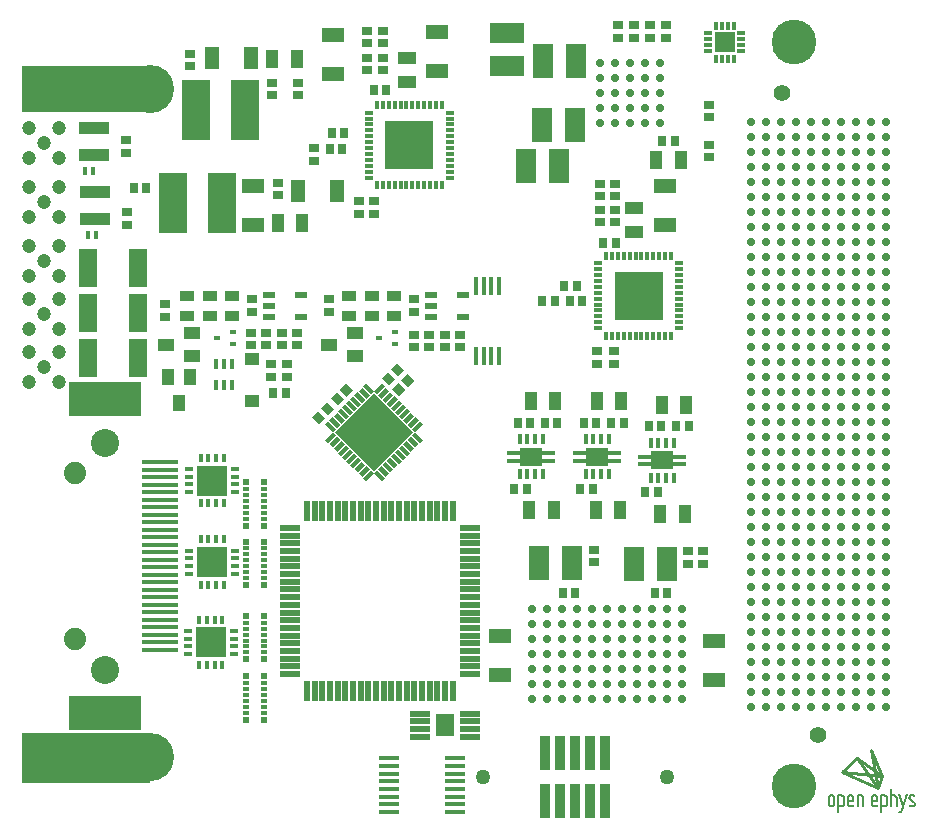
<source format=gts>
G75*
%MOIN*%
%OFA0B0*%
%FSLAX25Y25*%
%IPPOS*%
%LPD*%
%AMOC8*
5,1,8,0,0,1.08239X$1,22.5*
%
%ADD10C,0.04724*%
%ADD11R,0.06220X0.12913*%
%ADD12R,0.04515X0.03815*%
%ADD13R,0.03315X0.03015*%
%ADD14R,0.02295X0.01717*%
%ADD15R,0.04252X0.02480*%
%ADD16R,0.05115X0.03915*%
%ADD17R,0.03015X0.03315*%
%ADD18R,0.01685X0.06024*%
%ADD19R,0.05115X0.07715*%
%ADD20R,0.10315X0.04315*%
%ADD21R,0.09567X0.20394*%
%ADD22R,0.04115X0.06315*%
%ADD23R,0.05827X0.04252*%
%ADD24R,0.04252X0.05827*%
%ADD25R,0.07715X0.05115*%
%ADD26C,0.02815*%
%ADD27R,0.06815X0.11315*%
%ADD28R,0.01693X0.02677*%
%ADD29C,0.16063*%
%ADD30R,0.42520X0.16732*%
%ADD31R,0.42520X0.15748*%
%ADD32C,0.07402*%
%ADD33C,0.09370*%
%ADD34R,0.23937X0.11339*%
%ADD35R,0.12126X0.01634*%
%ADD36R,0.06855X0.02015*%
%ADD37R,0.02015X0.06855*%
%ADD38R,0.01693X0.03661*%
%ADD39C,0.02795*%
%ADD40R,0.02283X0.01299*%
%ADD41R,0.02283X0.01988*%
%ADD42R,0.07205X0.06220*%
%ADD43R,0.05059X0.01417*%
%ADD44R,0.01496X0.03680*%
%ADD45R,0.18425X0.18425*%
%ADD46C,0.14915*%
%ADD47C,0.05515*%
%ADD48R,0.01515X0.03115*%
%ADD49R,0.03115X0.01515*%
%ADD50R,0.06815X0.06815*%
%ADD51R,0.03228X0.11339*%
%ADD52C,0.05000*%
%ADD53R,0.06614X0.01496*%
%ADD54R,0.06614X0.01890*%
%ADD55R,0.06496X0.07756*%
%ADD56C,0.01083*%
%ADD57C,0.00709*%
%ADD58R,0.10157X0.10157*%
%ADD59R,0.03015X0.01614*%
%ADD60R,0.01614X0.03015*%
%ADD61R,0.11315X0.06815*%
%ADD62R,0.01260X0.02677*%
%ADD63R,0.16457X0.16457*%
%ADD64R,0.02677X0.01260*%
%ADD65R,0.06315X0.04115*%
D10*
X0053283Y0191079D03*
X0058283Y0196079D03*
X0063283Y0191079D03*
X0063283Y0201079D03*
X0063283Y0208795D03*
X0058283Y0213795D03*
X0053283Y0208795D03*
X0053283Y0201079D03*
X0053283Y0218795D03*
X0053283Y0226512D03*
X0058283Y0231512D03*
X0053283Y0236512D03*
X0063283Y0236512D03*
X0063283Y0246197D03*
X0058283Y0251197D03*
X0053283Y0246197D03*
X0053283Y0256197D03*
X0063283Y0256197D03*
X0063283Y0265882D03*
X0058283Y0270882D03*
X0053283Y0275882D03*
X0053283Y0265882D03*
X0063283Y0275882D03*
X0063283Y0226512D03*
X0063283Y0218795D03*
D11*
X0072850Y0214189D03*
X0089386Y0214189D03*
X0089386Y0229150D03*
X0072850Y0229150D03*
X0072850Y0199228D03*
X0089386Y0199228D03*
D12*
X0105921Y0213151D03*
X0105921Y0219951D03*
X0113402Y0219951D03*
X0120882Y0219951D03*
X0120882Y0213151D03*
X0113402Y0213151D03*
X0159858Y0213151D03*
X0159858Y0219951D03*
X0167339Y0219951D03*
X0167339Y0213151D03*
X0174819Y0213151D03*
X0174819Y0219951D03*
D13*
X0181512Y0218651D03*
X0181512Y0214451D03*
X0181512Y0206840D03*
X0181512Y0202640D03*
X0186630Y0202640D03*
X0186630Y0206840D03*
X0191748Y0206840D03*
X0191748Y0202640D03*
X0196866Y0202640D03*
X0196866Y0206840D03*
X0153165Y0214451D03*
X0153165Y0218651D03*
X0142535Y0207628D03*
X0137417Y0207628D03*
X0132299Y0207628D03*
X0132299Y0203428D03*
X0137417Y0203428D03*
X0142535Y0203428D03*
X0138992Y0196998D03*
X0133874Y0196998D03*
X0133874Y0192798D03*
X0138992Y0192798D03*
X0127181Y0203428D03*
X0127181Y0207628D03*
X0127575Y0214451D03*
X0127575Y0218651D03*
X0098441Y0217076D03*
X0098441Y0212876D03*
X0085843Y0243585D03*
X0085843Y0247785D03*
X0085449Y0267601D03*
X0085449Y0271801D03*
X0106709Y0296341D03*
X0106709Y0300541D03*
X0133980Y0290900D03*
X0133980Y0286700D03*
X0142727Y0286702D03*
X0142727Y0290902D03*
X0165721Y0295001D03*
X0165721Y0299201D03*
X0171040Y0299201D03*
X0171040Y0295001D03*
X0171040Y0304001D03*
X0171040Y0308201D03*
X0165721Y0308201D03*
X0165721Y0304001D03*
X0148047Y0269045D03*
X0148047Y0264845D03*
X0136236Y0257628D03*
X0136236Y0253428D03*
X0163008Y0251328D03*
X0163008Y0247128D03*
X0168126Y0247128D03*
X0168126Y0251328D03*
X0243323Y0253034D03*
X0243323Y0257234D03*
X0248441Y0257234D03*
X0248441Y0253034D03*
X0248441Y0248572D03*
X0243323Y0248572D03*
X0243323Y0244372D03*
X0248441Y0244372D03*
X0279937Y0266026D03*
X0279937Y0270226D03*
X0279937Y0279412D03*
X0279937Y0283612D03*
X0265572Y0305881D03*
X0265572Y0310081D03*
X0260159Y0310081D03*
X0260159Y0305881D03*
X0254745Y0305881D03*
X0254745Y0310081D03*
X0249332Y0310081D03*
X0249332Y0305881D03*
X0248047Y0201328D03*
X0248047Y0197128D03*
X0242535Y0197128D03*
X0242535Y0201328D03*
X0241354Y0135187D03*
X0241354Y0130987D03*
X0272850Y0130593D03*
X0277969Y0130593D03*
X0277969Y0134793D03*
X0272850Y0134793D03*
D14*
X0175018Y0203921D03*
X0175018Y0207921D03*
X0169896Y0205921D03*
X0121081Y0203921D03*
X0121081Y0207921D03*
X0115959Y0205921D03*
D15*
X0133283Y0212811D03*
X0133283Y0216551D03*
X0133283Y0220291D03*
X0143913Y0220291D03*
X0143913Y0212811D03*
X0187220Y0212811D03*
X0187220Y0216551D03*
X0187220Y0220291D03*
X0197850Y0220291D03*
X0197850Y0212811D03*
D16*
X0127575Y0198835D03*
X0127575Y0184661D03*
D17*
X0134530Y0187417D03*
X0138730Y0187417D03*
G36*
X0151949Y0179133D02*
X0149818Y0177002D01*
X0147475Y0179345D01*
X0149606Y0181476D01*
X0151949Y0179133D01*
G37*
G36*
X0154919Y0182103D02*
X0152788Y0179972D01*
X0150445Y0182315D01*
X0152576Y0184446D01*
X0154919Y0182103D01*
G37*
G36*
X0153774Y0185645D02*
X0155905Y0187776D01*
X0158248Y0185433D01*
X0156117Y0183302D01*
X0153774Y0185645D01*
G37*
G36*
X0156744Y0188615D02*
X0158875Y0190746D01*
X0161218Y0188403D01*
X0159087Y0186272D01*
X0156744Y0188615D01*
G37*
G36*
X0175177Y0192126D02*
X0173046Y0189995D01*
X0170703Y0192338D01*
X0172834Y0194469D01*
X0175177Y0192126D01*
G37*
G36*
X0178147Y0195095D02*
X0176016Y0192964D01*
X0173673Y0195307D01*
X0175804Y0197438D01*
X0178147Y0195095D01*
G37*
G36*
X0181690Y0191552D02*
X0179559Y0189421D01*
X0177216Y0191764D01*
X0179347Y0193895D01*
X0181690Y0191552D01*
G37*
G36*
X0178721Y0188582D02*
X0176590Y0186451D01*
X0174247Y0188794D01*
X0176378Y0190925D01*
X0178721Y0188582D01*
G37*
X0216026Y0177575D03*
X0220226Y0177575D03*
X0225081Y0177575D03*
X0229281Y0177575D03*
X0238073Y0177575D03*
X0242273Y0177575D03*
X0247128Y0177575D03*
X0251328Y0177575D03*
X0259727Y0176394D03*
X0263927Y0176394D03*
X0268782Y0176394D03*
X0272982Y0176394D03*
X0241092Y0155528D03*
X0236892Y0155528D03*
X0219045Y0155528D03*
X0214845Y0155528D03*
X0258546Y0154346D03*
X0262746Y0154346D03*
X0261695Y0120882D03*
X0265895Y0120882D03*
X0235187Y0120882D03*
X0230987Y0120882D03*
X0233349Y0218126D03*
X0237549Y0218126D03*
X0235777Y0223244D03*
X0231577Y0223244D03*
X0228494Y0218126D03*
X0224294Y0218126D03*
X0244569Y0237575D03*
X0248769Y0237575D03*
X0264259Y0271465D03*
X0268459Y0271465D03*
X0172194Y0288598D03*
X0167994Y0288598D03*
X0158304Y0274033D03*
X0154104Y0274033D03*
X0153317Y0268915D03*
X0157517Y0268915D03*
X0092273Y0255921D03*
X0088073Y0255921D03*
D18*
X0202091Y0223047D03*
X0204650Y0223047D03*
X0207209Y0223047D03*
X0209768Y0223047D03*
X0209768Y0199819D03*
X0207209Y0199819D03*
X0204650Y0199819D03*
X0202091Y0199819D03*
D19*
X0155728Y0254740D03*
X0142728Y0254740D03*
X0126988Y0299228D03*
X0113988Y0299228D03*
D20*
X0074819Y0275776D03*
X0074819Y0266776D03*
X0075213Y0254516D03*
X0075213Y0245516D03*
D21*
X0101295Y0250803D03*
X0117634Y0250803D03*
X0125114Y0281906D03*
X0108776Y0281906D03*
D22*
X0134210Y0298938D03*
X0142410Y0298938D03*
X0144273Y0244110D03*
X0136073Y0244110D03*
X0220325Y0184661D03*
X0228525Y0184661D03*
X0242372Y0184661D03*
X0250572Y0184661D03*
X0264026Y0183480D03*
X0272226Y0183480D03*
X0250179Y0148441D03*
X0241979Y0148441D03*
X0228131Y0148441D03*
X0219931Y0148441D03*
X0263632Y0147260D03*
X0271832Y0147260D03*
X0270459Y0264969D03*
X0262259Y0264969D03*
D23*
X0161827Y0207299D03*
X0153165Y0203559D03*
X0161827Y0199819D03*
X0107496Y0199819D03*
X0098835Y0203559D03*
X0107496Y0207299D03*
D24*
X0106905Y0192831D03*
X0099425Y0192831D03*
X0103165Y0184169D03*
D25*
X0127969Y0243516D03*
X0127969Y0256516D03*
X0154637Y0293720D03*
X0154637Y0306720D03*
X0189189Y0307697D03*
X0189189Y0294697D03*
X0265173Y0256516D03*
X0265173Y0243516D03*
X0281512Y0104941D03*
X0281512Y0091941D03*
X0210252Y0093516D03*
X0210252Y0106516D03*
D26*
X0293657Y0107831D03*
X0293657Y0112831D03*
X0298657Y0112831D03*
X0298657Y0107831D03*
X0303657Y0107831D03*
X0303657Y0112831D03*
X0308657Y0112831D03*
X0308657Y0107831D03*
X0313657Y0107831D03*
X0313657Y0112831D03*
X0318657Y0112831D03*
X0318657Y0107831D03*
X0323657Y0107831D03*
X0323657Y0112831D03*
X0328657Y0112831D03*
X0328657Y0107831D03*
X0333657Y0107831D03*
X0333657Y0112831D03*
X0338657Y0112831D03*
X0338657Y0107831D03*
X0338657Y0102831D03*
X0333657Y0102831D03*
X0328657Y0102831D03*
X0323657Y0102831D03*
X0318657Y0102831D03*
X0313657Y0102831D03*
X0308657Y0102831D03*
X0303657Y0102831D03*
X0298657Y0102831D03*
X0293657Y0102831D03*
X0293657Y0097831D03*
X0298657Y0097831D03*
X0303657Y0097831D03*
X0308657Y0097831D03*
X0313657Y0097831D03*
X0318657Y0097831D03*
X0323657Y0097831D03*
X0328657Y0097831D03*
X0333657Y0097831D03*
X0338657Y0097831D03*
X0338657Y0092831D03*
X0333657Y0092831D03*
X0328657Y0092831D03*
X0323657Y0092831D03*
X0318657Y0092831D03*
X0313657Y0092831D03*
X0308657Y0092831D03*
X0303657Y0092831D03*
X0298657Y0092831D03*
X0293657Y0092831D03*
X0293657Y0087831D03*
X0293657Y0082831D03*
X0298657Y0082831D03*
X0298657Y0087831D03*
X0303657Y0087831D03*
X0303657Y0082831D03*
X0308657Y0082831D03*
X0308657Y0087831D03*
X0313657Y0087831D03*
X0313657Y0082831D03*
X0318657Y0082831D03*
X0318657Y0087831D03*
X0323657Y0087831D03*
X0323657Y0082831D03*
X0328657Y0082831D03*
X0328657Y0087831D03*
X0333657Y0087831D03*
X0333657Y0082831D03*
X0338657Y0082831D03*
X0338657Y0087831D03*
X0338657Y0117831D03*
X0333657Y0117831D03*
X0328657Y0117831D03*
X0323657Y0117831D03*
X0318657Y0117831D03*
X0313657Y0117831D03*
X0308657Y0117831D03*
X0303657Y0117831D03*
X0298657Y0117831D03*
X0293657Y0117831D03*
X0293657Y0122831D03*
X0298657Y0122831D03*
X0303657Y0122831D03*
X0308657Y0122831D03*
X0313657Y0122831D03*
X0318657Y0122831D03*
X0323657Y0122831D03*
X0328657Y0122831D03*
X0333657Y0122831D03*
X0338657Y0122831D03*
X0338657Y0127831D03*
X0333657Y0127831D03*
X0328657Y0127831D03*
X0323657Y0127831D03*
X0318657Y0127831D03*
X0313657Y0127831D03*
X0308657Y0127831D03*
X0303657Y0127831D03*
X0298657Y0127831D03*
X0293657Y0127831D03*
X0293657Y0132831D03*
X0293657Y0137831D03*
X0298657Y0137831D03*
X0298657Y0132831D03*
X0303657Y0132831D03*
X0303657Y0137831D03*
X0308657Y0137831D03*
X0308657Y0132831D03*
X0313657Y0132831D03*
X0313657Y0137831D03*
X0318657Y0137831D03*
X0318657Y0132831D03*
X0323657Y0132831D03*
X0323657Y0137831D03*
X0328657Y0137831D03*
X0328657Y0132831D03*
X0333657Y0132831D03*
X0333657Y0137831D03*
X0338657Y0137831D03*
X0338657Y0132831D03*
X0338657Y0142831D03*
X0333657Y0142831D03*
X0328657Y0142831D03*
X0323657Y0142831D03*
X0318657Y0142831D03*
X0313657Y0142831D03*
X0308657Y0142831D03*
X0303657Y0142831D03*
X0298657Y0142831D03*
X0293657Y0142831D03*
X0293657Y0147831D03*
X0298657Y0147831D03*
X0303657Y0147831D03*
X0308657Y0147831D03*
X0313657Y0147831D03*
X0318657Y0147831D03*
X0323657Y0147831D03*
X0328657Y0147831D03*
X0333657Y0147831D03*
X0338657Y0147831D03*
X0338657Y0152831D03*
X0333657Y0152831D03*
X0328657Y0152831D03*
X0323657Y0152831D03*
X0318657Y0152831D03*
X0313657Y0152831D03*
X0308657Y0152831D03*
X0303657Y0152831D03*
X0298657Y0152831D03*
X0293657Y0152831D03*
X0293657Y0157831D03*
X0298657Y0157831D03*
X0303657Y0157831D03*
X0308657Y0157831D03*
X0313657Y0157831D03*
X0318657Y0157831D03*
X0323657Y0157831D03*
X0328657Y0157831D03*
X0333657Y0157831D03*
X0338657Y0157831D03*
X0338657Y0162831D03*
X0333657Y0162831D03*
X0328657Y0162831D03*
X0323657Y0162831D03*
X0318657Y0162831D03*
X0313657Y0162831D03*
X0308657Y0162831D03*
X0303657Y0162831D03*
X0298657Y0162831D03*
X0293657Y0162831D03*
X0293657Y0167831D03*
X0298657Y0167831D03*
X0303657Y0167831D03*
X0308657Y0167831D03*
X0313657Y0167831D03*
X0318657Y0167831D03*
X0323657Y0167831D03*
X0328657Y0167831D03*
X0333657Y0167831D03*
X0338657Y0167831D03*
X0338657Y0172831D03*
X0333657Y0172831D03*
X0328657Y0172831D03*
X0323657Y0172831D03*
X0318657Y0172831D03*
X0313657Y0172831D03*
X0308657Y0172831D03*
X0303657Y0172831D03*
X0298657Y0172831D03*
X0293657Y0172831D03*
X0293657Y0177831D03*
X0298657Y0177831D03*
X0303657Y0177831D03*
X0308657Y0177831D03*
X0313657Y0177831D03*
X0318657Y0177831D03*
X0323657Y0177831D03*
X0328657Y0177831D03*
X0333657Y0177831D03*
X0338657Y0177831D03*
X0338657Y0182831D03*
X0333657Y0182831D03*
X0328657Y0182831D03*
X0323657Y0182831D03*
X0318657Y0182831D03*
X0313657Y0182831D03*
X0308657Y0182831D03*
X0303657Y0182831D03*
X0298657Y0182831D03*
X0293657Y0182831D03*
X0293657Y0187831D03*
X0293657Y0192831D03*
X0298657Y0192831D03*
X0298657Y0187831D03*
X0303657Y0187831D03*
X0303657Y0192831D03*
X0308657Y0192831D03*
X0308657Y0187831D03*
X0313657Y0187831D03*
X0313657Y0192831D03*
X0318657Y0192831D03*
X0318657Y0187831D03*
X0323657Y0187831D03*
X0323657Y0192831D03*
X0328657Y0192831D03*
X0328657Y0187831D03*
X0333657Y0187831D03*
X0333657Y0192831D03*
X0338657Y0192831D03*
X0338657Y0187831D03*
X0338657Y0197831D03*
X0333657Y0197831D03*
X0328657Y0197831D03*
X0323657Y0197831D03*
X0318657Y0197831D03*
X0313657Y0197831D03*
X0308657Y0197831D03*
X0303657Y0197831D03*
X0298657Y0197831D03*
X0293657Y0197831D03*
X0293657Y0202831D03*
X0298657Y0202831D03*
X0303657Y0202831D03*
X0308657Y0202831D03*
X0313657Y0202831D03*
X0318657Y0202831D03*
X0323657Y0202831D03*
X0328657Y0202831D03*
X0333657Y0202831D03*
X0338657Y0202831D03*
X0338657Y0207831D03*
X0333657Y0207831D03*
X0328657Y0207831D03*
X0323657Y0207831D03*
X0318657Y0207831D03*
X0313657Y0207831D03*
X0308657Y0207831D03*
X0303657Y0207831D03*
X0298657Y0207831D03*
X0293657Y0207831D03*
X0293657Y0212831D03*
X0298657Y0212831D03*
X0303657Y0212831D03*
X0308657Y0212831D03*
X0313657Y0212831D03*
X0318657Y0212831D03*
X0323657Y0212831D03*
X0328657Y0212831D03*
X0333657Y0212831D03*
X0338657Y0212831D03*
X0338657Y0217831D03*
X0333657Y0217831D03*
X0328657Y0217831D03*
X0323657Y0217831D03*
X0318657Y0217831D03*
X0313657Y0217831D03*
X0308657Y0217831D03*
X0303657Y0217831D03*
X0298657Y0217831D03*
X0293657Y0217831D03*
X0293657Y0222831D03*
X0298657Y0222831D03*
X0303657Y0222831D03*
X0308657Y0222831D03*
X0313657Y0222831D03*
X0318657Y0222831D03*
X0323657Y0222831D03*
X0328657Y0222831D03*
X0333657Y0222831D03*
X0338657Y0222831D03*
X0338657Y0227831D03*
X0333657Y0227831D03*
X0328657Y0227831D03*
X0323657Y0227831D03*
X0318657Y0227831D03*
X0313657Y0227831D03*
X0308657Y0227831D03*
X0303657Y0227831D03*
X0298657Y0227831D03*
X0293657Y0227831D03*
X0293657Y0232831D03*
X0293657Y0237831D03*
X0298657Y0237831D03*
X0298657Y0232831D03*
X0303657Y0232831D03*
X0303657Y0237831D03*
X0308657Y0237831D03*
X0308657Y0232831D03*
X0313657Y0232831D03*
X0313657Y0237831D03*
X0318657Y0237831D03*
X0318657Y0232831D03*
X0323657Y0232831D03*
X0323657Y0237831D03*
X0328657Y0237831D03*
X0328657Y0232831D03*
X0333657Y0232831D03*
X0333657Y0237831D03*
X0338657Y0237831D03*
X0338657Y0232831D03*
X0338657Y0242831D03*
X0333657Y0242831D03*
X0328657Y0242831D03*
X0323657Y0242831D03*
X0318657Y0242831D03*
X0313657Y0242831D03*
X0308657Y0242831D03*
X0303657Y0242831D03*
X0298657Y0242831D03*
X0293657Y0242831D03*
X0293657Y0247831D03*
X0298657Y0247831D03*
X0303657Y0247831D03*
X0308657Y0247831D03*
X0313657Y0247831D03*
X0318657Y0247831D03*
X0323657Y0247831D03*
X0328657Y0247831D03*
X0333657Y0247831D03*
X0338657Y0247831D03*
X0338657Y0252831D03*
X0333657Y0252831D03*
X0328657Y0252831D03*
X0323657Y0252831D03*
X0318657Y0252831D03*
X0313657Y0252831D03*
X0308657Y0252831D03*
X0303657Y0252831D03*
X0298657Y0252831D03*
X0293657Y0252831D03*
X0293657Y0257831D03*
X0298657Y0257831D03*
X0303657Y0257831D03*
X0308657Y0257831D03*
X0313657Y0257831D03*
X0318657Y0257831D03*
X0323657Y0257831D03*
X0328657Y0257831D03*
X0333657Y0257831D03*
X0338657Y0257831D03*
X0338657Y0262831D03*
X0333657Y0262831D03*
X0328657Y0262831D03*
X0323657Y0262831D03*
X0318657Y0262831D03*
X0313657Y0262831D03*
X0308657Y0262831D03*
X0303657Y0262831D03*
X0298657Y0262831D03*
X0293657Y0262831D03*
X0293657Y0267831D03*
X0298657Y0267831D03*
X0303657Y0267831D03*
X0308657Y0267831D03*
X0313657Y0267831D03*
X0318657Y0267831D03*
X0323657Y0267831D03*
X0328657Y0267831D03*
X0333657Y0267831D03*
X0338657Y0267831D03*
X0338657Y0272831D03*
X0333657Y0272831D03*
X0328657Y0272831D03*
X0323657Y0272831D03*
X0318657Y0272831D03*
X0313657Y0272831D03*
X0308657Y0272831D03*
X0303657Y0272831D03*
X0298657Y0272831D03*
X0293657Y0272831D03*
X0293657Y0277831D03*
X0298657Y0277831D03*
X0303657Y0277831D03*
X0308657Y0277831D03*
X0313657Y0277831D03*
X0318657Y0277831D03*
X0323657Y0277831D03*
X0328657Y0277831D03*
X0333657Y0277831D03*
X0338657Y0277831D03*
X0263564Y0277312D03*
X0258564Y0277312D03*
X0253564Y0277312D03*
X0248564Y0277312D03*
X0243564Y0277312D03*
X0243564Y0282312D03*
X0248564Y0282312D03*
X0253564Y0282312D03*
X0258564Y0282312D03*
X0263564Y0282312D03*
X0263564Y0287312D03*
X0258564Y0287312D03*
X0253564Y0287312D03*
X0248564Y0287312D03*
X0243564Y0287312D03*
X0243564Y0292312D03*
X0248564Y0292312D03*
X0253564Y0292312D03*
X0258564Y0292312D03*
X0263564Y0292312D03*
X0263564Y0297312D03*
X0258564Y0297312D03*
X0253564Y0297312D03*
X0248564Y0297312D03*
X0243564Y0297312D03*
D27*
X0235437Y0298047D03*
X0224437Y0298047D03*
X0224245Y0276879D03*
X0235245Y0276879D03*
X0229925Y0263008D03*
X0218925Y0263008D03*
X0223256Y0130724D03*
X0234256Y0130724D03*
X0254752Y0130331D03*
X0265752Y0130331D03*
D28*
X0075311Y0240173D03*
X0072752Y0240173D03*
X0071965Y0261433D03*
X0074524Y0261433D03*
D29*
X0093323Y0288795D03*
X0093323Y0066157D03*
D30*
X0072260Y0065665D03*
D31*
X0072260Y0288795D03*
D32*
X0068520Y0160646D03*
X0068520Y0105528D03*
D33*
X0078362Y0095291D03*
X0078362Y0170882D03*
D34*
X0078362Y0185449D03*
X0078362Y0080724D03*
D35*
X0096866Y0101837D03*
X0096866Y0104337D03*
X0096866Y0106837D03*
X0096866Y0109337D03*
X0096866Y0111837D03*
X0096866Y0114337D03*
X0096866Y0116837D03*
X0096866Y0119337D03*
X0096866Y0121837D03*
X0096866Y0124337D03*
X0096866Y0126837D03*
X0096866Y0129337D03*
X0096866Y0131837D03*
X0096866Y0134337D03*
X0096866Y0136837D03*
X0096866Y0139337D03*
X0096866Y0141837D03*
X0096866Y0144337D03*
X0096866Y0146837D03*
X0096866Y0149337D03*
X0096866Y0151837D03*
X0096866Y0154337D03*
X0096866Y0156837D03*
X0096866Y0159337D03*
X0096866Y0161837D03*
X0096866Y0164337D03*
D36*
X0140075Y0142437D03*
X0140075Y0139878D03*
X0140075Y0137319D03*
X0140075Y0134760D03*
X0140075Y0132201D03*
X0140075Y0129642D03*
X0140075Y0127083D03*
X0140075Y0124524D03*
X0140075Y0121965D03*
X0140075Y0119406D03*
X0140075Y0116846D03*
X0140075Y0114287D03*
X0140075Y0111728D03*
X0140075Y0109169D03*
X0140075Y0106610D03*
X0140075Y0104051D03*
X0140075Y0101492D03*
X0140075Y0098933D03*
X0140075Y0096374D03*
X0140075Y0093815D03*
X0200114Y0093815D03*
X0200114Y0096374D03*
X0200114Y0098933D03*
X0200114Y0101492D03*
X0200114Y0104051D03*
X0200114Y0106610D03*
X0200114Y0109169D03*
X0200114Y0111728D03*
X0200114Y0114287D03*
X0200114Y0116846D03*
X0200114Y0119406D03*
X0200114Y0121965D03*
X0200114Y0124524D03*
X0200114Y0127083D03*
X0200114Y0129642D03*
X0200114Y0132201D03*
X0200114Y0134760D03*
X0200114Y0137319D03*
X0200114Y0139878D03*
X0200114Y0142437D03*
D37*
X0194406Y0148146D03*
X0191846Y0148146D03*
X0189287Y0148146D03*
X0186728Y0148146D03*
X0184169Y0148146D03*
X0181610Y0148146D03*
X0179051Y0148146D03*
X0176492Y0148146D03*
X0173933Y0148146D03*
X0171374Y0148146D03*
X0168815Y0148146D03*
X0166256Y0148146D03*
X0163697Y0148146D03*
X0161138Y0148146D03*
X0158579Y0148146D03*
X0156020Y0148146D03*
X0153461Y0148146D03*
X0150902Y0148146D03*
X0148343Y0148146D03*
X0145783Y0148146D03*
X0145783Y0088106D03*
X0148343Y0088106D03*
X0150902Y0088106D03*
X0153461Y0088106D03*
X0156020Y0088106D03*
X0158579Y0088106D03*
X0161138Y0088106D03*
X0163697Y0088106D03*
X0166256Y0088106D03*
X0168815Y0088106D03*
X0171374Y0088106D03*
X0173933Y0088106D03*
X0176492Y0088106D03*
X0179051Y0088106D03*
X0181610Y0088106D03*
X0184169Y0088106D03*
X0186728Y0088106D03*
X0189287Y0088106D03*
X0191846Y0088106D03*
X0194406Y0088106D03*
D38*
X0216650Y0160350D03*
X0219209Y0160350D03*
X0221768Y0160350D03*
X0224327Y0160350D03*
X0224327Y0171965D03*
X0221768Y0171965D03*
X0219209Y0171965D03*
X0216650Y0171965D03*
X0238697Y0171965D03*
X0241256Y0171965D03*
X0243815Y0171965D03*
X0246374Y0171965D03*
X0246374Y0160350D03*
X0243815Y0160350D03*
X0241256Y0160350D03*
X0238697Y0160350D03*
X0260350Y0159169D03*
X0262909Y0159169D03*
X0265469Y0159169D03*
X0268028Y0159169D03*
X0268028Y0170783D03*
X0265469Y0170783D03*
X0262909Y0170783D03*
X0260350Y0170783D03*
X0120685Y0190173D03*
X0118126Y0190173D03*
X0115567Y0190173D03*
X0115567Y0197260D03*
X0118126Y0197260D03*
X0120685Y0197260D03*
D39*
X0220685Y0115409D03*
X0220685Y0110409D03*
X0225685Y0110409D03*
X0230685Y0110409D03*
X0235685Y0110409D03*
X0240685Y0110409D03*
X0240685Y0115409D03*
X0235685Y0115409D03*
X0230685Y0115409D03*
X0225685Y0115409D03*
X0225685Y0105409D03*
X0225685Y0100409D03*
X0220685Y0100409D03*
X0220685Y0105409D03*
X0230685Y0105409D03*
X0230685Y0100409D03*
X0235685Y0100409D03*
X0240685Y0100409D03*
X0240685Y0105409D03*
X0235685Y0105409D03*
X0235685Y0095409D03*
X0235685Y0090409D03*
X0230685Y0090409D03*
X0225685Y0090409D03*
X0220685Y0090409D03*
X0220685Y0095409D03*
X0225685Y0095409D03*
X0230685Y0095409D03*
X0240685Y0095409D03*
X0240685Y0090409D03*
X0240685Y0085409D03*
X0235685Y0085409D03*
X0230685Y0085409D03*
X0225685Y0085409D03*
X0220685Y0085409D03*
X0245685Y0085409D03*
X0250685Y0085409D03*
X0255685Y0085409D03*
X0260685Y0085409D03*
X0265685Y0085409D03*
X0270685Y0085409D03*
X0270685Y0090409D03*
X0265685Y0090409D03*
X0260685Y0090409D03*
X0255685Y0090409D03*
X0250685Y0090409D03*
X0245685Y0090409D03*
X0245685Y0095409D03*
X0250685Y0095409D03*
X0255685Y0095409D03*
X0260685Y0095409D03*
X0265685Y0095409D03*
X0270685Y0095409D03*
X0270685Y0100409D03*
X0265685Y0100409D03*
X0260685Y0100409D03*
X0255685Y0100409D03*
X0250685Y0100409D03*
X0245685Y0100409D03*
X0245685Y0105409D03*
X0250685Y0105409D03*
X0255685Y0105409D03*
X0260685Y0105409D03*
X0265685Y0105409D03*
X0270685Y0105409D03*
X0270685Y0110409D03*
X0265685Y0110409D03*
X0260685Y0110409D03*
X0255685Y0110409D03*
X0250685Y0110409D03*
X0245685Y0110409D03*
X0245685Y0115409D03*
X0250685Y0115409D03*
X0255685Y0115409D03*
X0260685Y0115409D03*
X0265685Y0115409D03*
X0270685Y0115409D03*
D40*
X0131315Y0110843D03*
X0131315Y0108874D03*
X0131315Y0106906D03*
X0131315Y0104937D03*
X0131315Y0102969D03*
X0131315Y0101000D03*
X0125409Y0101000D03*
X0125409Y0102969D03*
X0125409Y0104937D03*
X0125409Y0106906D03*
X0125409Y0108874D03*
X0125409Y0110843D03*
X0125409Y0125803D03*
X0125409Y0127772D03*
X0125409Y0129740D03*
X0125409Y0131709D03*
X0125409Y0133677D03*
X0125409Y0135646D03*
X0131315Y0135646D03*
X0131315Y0133677D03*
X0131315Y0131709D03*
X0131315Y0129740D03*
X0131315Y0127772D03*
X0131315Y0125803D03*
X0131315Y0145488D03*
X0131315Y0147457D03*
X0131315Y0149425D03*
X0131315Y0151394D03*
X0131315Y0153362D03*
X0131315Y0155331D03*
X0125409Y0155331D03*
X0125409Y0153362D03*
X0125409Y0151394D03*
X0125409Y0149425D03*
X0125409Y0147457D03*
X0125409Y0145488D03*
X0125409Y0090764D03*
X0125409Y0088795D03*
X0125409Y0086827D03*
X0125409Y0084858D03*
X0125409Y0082890D03*
X0125409Y0080921D03*
X0131315Y0080921D03*
X0131315Y0082890D03*
X0131315Y0084858D03*
X0131315Y0086827D03*
X0131315Y0088795D03*
X0131315Y0090764D03*
D41*
X0131315Y0093077D03*
X0125409Y0093077D03*
X0125409Y0098687D03*
X0131315Y0098687D03*
X0131315Y0113156D03*
X0125409Y0113156D03*
X0125409Y0123490D03*
X0131315Y0123490D03*
X0131315Y0137959D03*
X0125409Y0137959D03*
X0125409Y0143175D03*
X0131315Y0143175D03*
X0131315Y0157644D03*
X0125409Y0157644D03*
X0125409Y0078608D03*
X0131315Y0078608D03*
D42*
X0220488Y0166157D03*
X0242535Y0166157D03*
X0264189Y0164976D03*
D43*
X0258480Y0163697D03*
X0258480Y0166256D03*
X0248244Y0167437D03*
X0248244Y0164878D03*
X0236827Y0164878D03*
X0236827Y0167437D03*
X0226197Y0167437D03*
X0226197Y0164878D03*
X0214780Y0164878D03*
X0214780Y0167437D03*
X0269898Y0166256D03*
X0269898Y0163697D03*
D44*
G36*
X0184368Y0171767D02*
X0183311Y0170710D01*
X0180710Y0173311D01*
X0181767Y0174368D01*
X0184368Y0171767D01*
G37*
G36*
X0182976Y0170375D02*
X0181919Y0169318D01*
X0179318Y0171919D01*
X0180375Y0172976D01*
X0182976Y0170375D01*
G37*
G36*
X0181584Y0168983D02*
X0180527Y0167926D01*
X0177926Y0170527D01*
X0178983Y0171584D01*
X0181584Y0168983D01*
G37*
G36*
X0180192Y0167592D02*
X0179135Y0166535D01*
X0176534Y0169136D01*
X0177591Y0170193D01*
X0180192Y0167592D01*
G37*
G36*
X0178800Y0166200D02*
X0177743Y0165143D01*
X0175142Y0167744D01*
X0176199Y0168801D01*
X0178800Y0166200D01*
G37*
G36*
X0177409Y0164808D02*
X0176352Y0163751D01*
X0173751Y0166352D01*
X0174808Y0167409D01*
X0177409Y0164808D01*
G37*
G36*
X0176017Y0163416D02*
X0174960Y0162359D01*
X0172359Y0164960D01*
X0173416Y0166017D01*
X0176017Y0163416D01*
G37*
G36*
X0174625Y0162024D02*
X0173568Y0160967D01*
X0170967Y0163568D01*
X0172024Y0164625D01*
X0174625Y0162024D01*
G37*
G36*
X0173233Y0160632D02*
X0172176Y0159575D01*
X0169575Y0162176D01*
X0170632Y0163233D01*
X0173233Y0160632D01*
G37*
G36*
X0171841Y0159240D02*
X0170784Y0158183D01*
X0168183Y0160784D01*
X0169240Y0161841D01*
X0171841Y0159240D01*
G37*
G36*
X0165468Y0158183D02*
X0164411Y0159240D01*
X0167012Y0161841D01*
X0168069Y0160784D01*
X0165468Y0158183D01*
G37*
G36*
X0164076Y0159575D02*
X0163019Y0160632D01*
X0165620Y0163233D01*
X0166677Y0162176D01*
X0164076Y0159575D01*
G37*
G36*
X0162684Y0160967D02*
X0161627Y0162024D01*
X0164228Y0164625D01*
X0165285Y0163568D01*
X0162684Y0160967D01*
G37*
G36*
X0161292Y0162359D02*
X0160235Y0163416D01*
X0162836Y0166017D01*
X0163893Y0164960D01*
X0161292Y0162359D01*
G37*
G36*
X0159900Y0163751D02*
X0158843Y0164808D01*
X0161444Y0167409D01*
X0162501Y0166352D01*
X0159900Y0163751D01*
G37*
G36*
X0158508Y0165143D02*
X0157451Y0166200D01*
X0160052Y0168801D01*
X0161109Y0167744D01*
X0158508Y0165143D01*
G37*
G36*
X0157117Y0166535D02*
X0156060Y0167592D01*
X0158661Y0170193D01*
X0159718Y0169136D01*
X0157117Y0166535D01*
G37*
G36*
X0155725Y0167926D02*
X0154668Y0168983D01*
X0157269Y0171584D01*
X0158326Y0170527D01*
X0155725Y0167926D01*
G37*
G36*
X0154333Y0169318D02*
X0153276Y0170375D01*
X0155877Y0172976D01*
X0156934Y0171919D01*
X0154333Y0169318D01*
G37*
G36*
X0152941Y0170710D02*
X0151884Y0171767D01*
X0154485Y0174368D01*
X0155542Y0173311D01*
X0152941Y0170710D01*
G37*
G36*
X0155542Y0175539D02*
X0154485Y0174482D01*
X0151884Y0177083D01*
X0152941Y0178140D01*
X0155542Y0175539D01*
G37*
G36*
X0156934Y0176931D02*
X0155877Y0175874D01*
X0153276Y0178475D01*
X0154333Y0179532D01*
X0156934Y0176931D01*
G37*
G36*
X0158326Y0178323D02*
X0157269Y0177266D01*
X0154668Y0179867D01*
X0155725Y0180924D01*
X0158326Y0178323D01*
G37*
G36*
X0159718Y0179715D02*
X0158661Y0178658D01*
X0156060Y0181259D01*
X0157117Y0182316D01*
X0159718Y0179715D01*
G37*
G36*
X0161109Y0181107D02*
X0160052Y0180050D01*
X0157451Y0182651D01*
X0158508Y0183708D01*
X0161109Y0181107D01*
G37*
G36*
X0162501Y0182499D02*
X0161444Y0181442D01*
X0158843Y0184043D01*
X0159900Y0185100D01*
X0162501Y0182499D01*
G37*
G36*
X0163893Y0183891D02*
X0162836Y0182834D01*
X0160235Y0185435D01*
X0161292Y0186492D01*
X0163893Y0183891D01*
G37*
G36*
X0165285Y0185283D02*
X0164228Y0184226D01*
X0161627Y0186827D01*
X0162684Y0187884D01*
X0165285Y0185283D01*
G37*
G36*
X0166677Y0186675D02*
X0165620Y0185618D01*
X0163019Y0188219D01*
X0164076Y0189276D01*
X0166677Y0186675D01*
G37*
G36*
X0168069Y0188066D02*
X0167012Y0187009D01*
X0164411Y0189610D01*
X0165468Y0190667D01*
X0168069Y0188066D01*
G37*
G36*
X0169240Y0187009D02*
X0168183Y0188066D01*
X0170784Y0190667D01*
X0171841Y0189610D01*
X0169240Y0187009D01*
G37*
G36*
X0170632Y0185618D02*
X0169575Y0186675D01*
X0172176Y0189276D01*
X0173233Y0188219D01*
X0170632Y0185618D01*
G37*
G36*
X0172024Y0184226D02*
X0170967Y0185283D01*
X0173568Y0187884D01*
X0174625Y0186827D01*
X0172024Y0184226D01*
G37*
G36*
X0173416Y0182834D02*
X0172359Y0183891D01*
X0174960Y0186492D01*
X0176017Y0185435D01*
X0173416Y0182834D01*
G37*
G36*
X0174808Y0181442D02*
X0173751Y0182499D01*
X0176352Y0185100D01*
X0177409Y0184043D01*
X0174808Y0181442D01*
G37*
G36*
X0176199Y0180050D02*
X0175142Y0181107D01*
X0177743Y0183708D01*
X0178800Y0182651D01*
X0176199Y0180050D01*
G37*
G36*
X0177591Y0178658D02*
X0176534Y0179715D01*
X0179135Y0182316D01*
X0180192Y0181259D01*
X0177591Y0178658D01*
G37*
G36*
X0178983Y0177266D02*
X0177926Y0178323D01*
X0180527Y0180924D01*
X0181584Y0179867D01*
X0178983Y0177266D01*
G37*
G36*
X0180375Y0175874D02*
X0179318Y0176931D01*
X0181919Y0179532D01*
X0182976Y0178475D01*
X0180375Y0175874D01*
G37*
G36*
X0181767Y0174482D02*
X0180710Y0175539D01*
X0183311Y0178140D01*
X0184368Y0177083D01*
X0181767Y0174482D01*
G37*
D45*
G36*
X0168126Y0187452D02*
X0181153Y0174425D01*
X0168126Y0161398D01*
X0155099Y0174425D01*
X0168126Y0187452D01*
G37*
D46*
X0308157Y0304331D03*
X0308157Y0056331D03*
D47*
X0316157Y0073381D03*
X0304150Y0287381D03*
D48*
X0288008Y0298846D03*
X0286039Y0298846D03*
X0284071Y0298846D03*
X0282102Y0298846D03*
X0282102Y0309846D03*
X0284071Y0309846D03*
X0286039Y0309846D03*
X0288008Y0309846D03*
D49*
X0290555Y0307299D03*
X0290555Y0305331D03*
X0290555Y0303362D03*
X0290555Y0301394D03*
X0279555Y0301394D03*
X0279555Y0303362D03*
X0279555Y0305331D03*
X0279555Y0307299D03*
D50*
X0285055Y0304346D03*
D51*
X0245055Y0067476D03*
X0240055Y0067476D03*
X0235055Y0067476D03*
X0230055Y0067476D03*
X0225055Y0067476D03*
X0225055Y0051453D03*
X0230055Y0051453D03*
X0235055Y0051453D03*
X0240055Y0051453D03*
X0245055Y0051453D03*
D52*
X0265646Y0059465D03*
X0204465Y0059465D03*
D53*
X0195291Y0060547D03*
X0195291Y0057988D03*
X0195291Y0055429D03*
X0195291Y0052870D03*
X0195291Y0050311D03*
X0195291Y0047752D03*
X0195291Y0063106D03*
X0195291Y0065665D03*
X0173244Y0065665D03*
X0173244Y0063106D03*
X0173244Y0060547D03*
X0173244Y0057988D03*
X0173244Y0055429D03*
X0173244Y0052870D03*
X0173244Y0050311D03*
X0173244Y0047752D03*
D54*
X0183480Y0072949D03*
X0183480Y0075508D03*
X0183480Y0078067D03*
X0183480Y0080626D03*
X0200016Y0080626D03*
X0200016Y0078067D03*
X0200016Y0075508D03*
X0200016Y0072949D03*
D55*
X0191748Y0076787D03*
D56*
X0324031Y0061039D02*
X0329150Y0065764D01*
X0336236Y0055921D01*
X0333874Y0068520D01*
X0337417Y0059858D01*
X0329150Y0065764D01*
X0324031Y0061039D02*
X0337417Y0059858D01*
X0336236Y0055921D01*
X0324031Y0061039D01*
D57*
X0324071Y0053323D02*
X0322890Y0053323D01*
X0322890Y0049858D01*
X0324071Y0049858D01*
X0324122Y0049860D01*
X0324172Y0049865D01*
X0324222Y0049874D01*
X0324271Y0049887D01*
X0324319Y0049903D01*
X0324366Y0049922D01*
X0324411Y0049945D01*
X0324454Y0049971D01*
X0324496Y0049999D01*
X0324535Y0050031D01*
X0324572Y0050066D01*
X0324607Y0050103D01*
X0324639Y0050142D01*
X0324667Y0050184D01*
X0324693Y0050227D01*
X0324716Y0050272D01*
X0324735Y0050319D01*
X0324751Y0050367D01*
X0324764Y0050416D01*
X0324773Y0050466D01*
X0324778Y0050516D01*
X0324780Y0050567D01*
X0324780Y0052614D01*
X0324778Y0052665D01*
X0324773Y0052715D01*
X0324764Y0052765D01*
X0324751Y0052814D01*
X0324735Y0052862D01*
X0324716Y0052909D01*
X0324693Y0052954D01*
X0324667Y0052997D01*
X0324639Y0053039D01*
X0324607Y0053078D01*
X0324572Y0053115D01*
X0324535Y0053150D01*
X0324496Y0053182D01*
X0324454Y0053210D01*
X0324411Y0053236D01*
X0324366Y0053259D01*
X0324319Y0053278D01*
X0324271Y0053294D01*
X0324222Y0053307D01*
X0324172Y0053316D01*
X0324122Y0053321D01*
X0324071Y0053323D01*
X0326079Y0052614D02*
X0326079Y0050567D01*
X0326078Y0050567D02*
X0326080Y0050516D01*
X0326085Y0050466D01*
X0326094Y0050416D01*
X0326107Y0050367D01*
X0326123Y0050319D01*
X0326142Y0050272D01*
X0326165Y0050227D01*
X0326191Y0050184D01*
X0326219Y0050142D01*
X0326251Y0050103D01*
X0326286Y0050066D01*
X0326323Y0050031D01*
X0326362Y0049999D01*
X0326404Y0049971D01*
X0326447Y0049945D01*
X0326492Y0049922D01*
X0326539Y0049903D01*
X0326587Y0049887D01*
X0326636Y0049874D01*
X0326686Y0049865D01*
X0326736Y0049860D01*
X0326787Y0049858D01*
X0327496Y0049858D01*
X0327527Y0049860D01*
X0327557Y0049865D01*
X0327587Y0049873D01*
X0327616Y0049885D01*
X0327643Y0049900D01*
X0327668Y0049918D01*
X0327691Y0049939D01*
X0327712Y0049962D01*
X0327730Y0049987D01*
X0327745Y0050014D01*
X0327757Y0050043D01*
X0327765Y0050073D01*
X0327770Y0050103D01*
X0327772Y0050134D01*
X0327969Y0051591D02*
X0327969Y0052535D01*
X0327969Y0052614D02*
X0327967Y0052665D01*
X0327962Y0052715D01*
X0327953Y0052765D01*
X0327940Y0052814D01*
X0327924Y0052862D01*
X0327905Y0052909D01*
X0327882Y0052954D01*
X0327856Y0052997D01*
X0327828Y0053039D01*
X0327796Y0053078D01*
X0327761Y0053115D01*
X0327724Y0053150D01*
X0327685Y0053182D01*
X0327643Y0053210D01*
X0327600Y0053236D01*
X0327555Y0053259D01*
X0327508Y0053278D01*
X0327460Y0053294D01*
X0327411Y0053307D01*
X0327361Y0053316D01*
X0327311Y0053321D01*
X0327260Y0053323D01*
X0326787Y0053323D01*
X0326736Y0053321D01*
X0326686Y0053316D01*
X0326636Y0053307D01*
X0326587Y0053294D01*
X0326539Y0053278D01*
X0326492Y0053259D01*
X0326447Y0053236D01*
X0326404Y0053210D01*
X0326362Y0053182D01*
X0326323Y0053150D01*
X0326286Y0053115D01*
X0326251Y0053078D01*
X0326219Y0053039D01*
X0326191Y0052997D01*
X0326165Y0052954D01*
X0326142Y0052909D01*
X0326123Y0052862D01*
X0326107Y0052814D01*
X0326094Y0052765D01*
X0326085Y0052715D01*
X0326080Y0052665D01*
X0326078Y0052614D01*
X0326315Y0051591D02*
X0327969Y0051591D01*
X0329307Y0053323D02*
X0329307Y0049858D01*
X0331197Y0049858D02*
X0331197Y0052614D01*
X0331195Y0052665D01*
X0331190Y0052715D01*
X0331181Y0052765D01*
X0331168Y0052814D01*
X0331152Y0052862D01*
X0331133Y0052909D01*
X0331110Y0052954D01*
X0331084Y0052997D01*
X0331056Y0053039D01*
X0331024Y0053078D01*
X0330989Y0053115D01*
X0330952Y0053150D01*
X0330913Y0053182D01*
X0330871Y0053210D01*
X0330828Y0053236D01*
X0330783Y0053259D01*
X0330736Y0053278D01*
X0330688Y0053294D01*
X0330639Y0053307D01*
X0330589Y0053316D01*
X0330539Y0053321D01*
X0330488Y0053323D01*
X0329307Y0053323D01*
X0334031Y0052614D02*
X0334031Y0050567D01*
X0334033Y0050516D01*
X0334038Y0050466D01*
X0334047Y0050416D01*
X0334060Y0050367D01*
X0334076Y0050319D01*
X0334095Y0050272D01*
X0334118Y0050227D01*
X0334144Y0050184D01*
X0334172Y0050142D01*
X0334204Y0050103D01*
X0334239Y0050066D01*
X0334276Y0050031D01*
X0334315Y0049999D01*
X0334357Y0049971D01*
X0334400Y0049945D01*
X0334445Y0049922D01*
X0334492Y0049903D01*
X0334540Y0049887D01*
X0334589Y0049874D01*
X0334639Y0049865D01*
X0334689Y0049860D01*
X0334740Y0049858D01*
X0335449Y0049858D01*
X0335480Y0049860D01*
X0335510Y0049865D01*
X0335540Y0049873D01*
X0335569Y0049885D01*
X0335596Y0049900D01*
X0335621Y0049918D01*
X0335644Y0049939D01*
X0335665Y0049962D01*
X0335683Y0049987D01*
X0335698Y0050014D01*
X0335710Y0050043D01*
X0335718Y0050073D01*
X0335723Y0050103D01*
X0335725Y0050134D01*
X0335921Y0051591D02*
X0335921Y0052535D01*
X0335922Y0052614D02*
X0335920Y0052665D01*
X0335915Y0052715D01*
X0335906Y0052765D01*
X0335893Y0052814D01*
X0335877Y0052862D01*
X0335858Y0052909D01*
X0335835Y0052954D01*
X0335809Y0052997D01*
X0335781Y0053039D01*
X0335749Y0053078D01*
X0335714Y0053115D01*
X0335677Y0053150D01*
X0335638Y0053182D01*
X0335596Y0053210D01*
X0335553Y0053236D01*
X0335508Y0053259D01*
X0335461Y0053278D01*
X0335413Y0053294D01*
X0335364Y0053307D01*
X0335314Y0053316D01*
X0335264Y0053321D01*
X0335213Y0053323D01*
X0334740Y0053323D01*
X0334689Y0053321D01*
X0334639Y0053316D01*
X0334589Y0053307D01*
X0334540Y0053294D01*
X0334492Y0053278D01*
X0334445Y0053259D01*
X0334400Y0053236D01*
X0334357Y0053210D01*
X0334315Y0053182D01*
X0334276Y0053150D01*
X0334239Y0053115D01*
X0334204Y0053078D01*
X0334172Y0053039D01*
X0334144Y0052997D01*
X0334118Y0052954D01*
X0334095Y0052909D01*
X0334076Y0052862D01*
X0334060Y0052814D01*
X0334047Y0052765D01*
X0334038Y0052715D01*
X0334033Y0052665D01*
X0334031Y0052614D01*
X0334268Y0051591D02*
X0335921Y0051591D01*
X0337181Y0053323D02*
X0337181Y0049858D01*
X0338362Y0049858D01*
X0338413Y0049860D01*
X0338463Y0049865D01*
X0338513Y0049874D01*
X0338562Y0049887D01*
X0338610Y0049903D01*
X0338657Y0049922D01*
X0338702Y0049945D01*
X0338745Y0049971D01*
X0338787Y0049999D01*
X0338826Y0050031D01*
X0338863Y0050066D01*
X0338898Y0050103D01*
X0338930Y0050142D01*
X0338958Y0050184D01*
X0338984Y0050227D01*
X0339007Y0050272D01*
X0339026Y0050319D01*
X0339042Y0050367D01*
X0339055Y0050416D01*
X0339064Y0050466D01*
X0339069Y0050516D01*
X0339071Y0050567D01*
X0339071Y0052614D01*
X0339069Y0052665D01*
X0339064Y0052715D01*
X0339055Y0052765D01*
X0339042Y0052814D01*
X0339026Y0052862D01*
X0339007Y0052909D01*
X0338984Y0052954D01*
X0338958Y0052997D01*
X0338930Y0053039D01*
X0338898Y0053078D01*
X0338863Y0053115D01*
X0338826Y0053150D01*
X0338787Y0053182D01*
X0338745Y0053210D01*
X0338702Y0053236D01*
X0338657Y0053259D01*
X0338610Y0053278D01*
X0338562Y0053294D01*
X0338513Y0053307D01*
X0338463Y0053316D01*
X0338413Y0053321D01*
X0338362Y0053323D01*
X0337181Y0053323D01*
X0337181Y0049819D02*
X0337181Y0047772D01*
X0340488Y0049898D02*
X0340488Y0055488D01*
X0340764Y0053323D02*
X0341669Y0053323D01*
X0341720Y0053321D01*
X0341770Y0053316D01*
X0341820Y0053307D01*
X0341869Y0053294D01*
X0341917Y0053278D01*
X0341964Y0053259D01*
X0342009Y0053236D01*
X0342052Y0053210D01*
X0342094Y0053182D01*
X0342133Y0053150D01*
X0342170Y0053115D01*
X0342205Y0053078D01*
X0342237Y0053039D01*
X0342265Y0052997D01*
X0342291Y0052954D01*
X0342314Y0052909D01*
X0342333Y0052862D01*
X0342349Y0052814D01*
X0342362Y0052765D01*
X0342371Y0052715D01*
X0342376Y0052665D01*
X0342378Y0052614D01*
X0342417Y0049858D01*
X0344583Y0049898D02*
X0343283Y0053677D01*
X0345803Y0053677D02*
X0344150Y0048362D01*
X0344110Y0048283D02*
X0343835Y0047890D01*
X0343480Y0047811D01*
X0343283Y0047811D01*
X0346709Y0050055D02*
X0346709Y0050134D01*
X0346709Y0050055D02*
X0346787Y0049937D01*
X0346984Y0049819D01*
X0347142Y0049740D01*
X0347181Y0049740D02*
X0347654Y0049740D01*
X0347705Y0049742D01*
X0347755Y0049747D01*
X0347805Y0049756D01*
X0347854Y0049769D01*
X0347902Y0049785D01*
X0347949Y0049804D01*
X0347994Y0049827D01*
X0348037Y0049853D01*
X0348079Y0049881D01*
X0348118Y0049913D01*
X0348155Y0049948D01*
X0348190Y0049985D01*
X0348222Y0050024D01*
X0348250Y0050066D01*
X0348276Y0050109D01*
X0348299Y0050154D01*
X0348318Y0050201D01*
X0348334Y0050249D01*
X0348347Y0050298D01*
X0348356Y0050348D01*
X0348361Y0050398D01*
X0348363Y0050449D01*
X0348362Y0050488D02*
X0348362Y0050685D01*
X0348323Y0050882D01*
X0347969Y0051236D01*
X0347339Y0051709D01*
X0347457Y0051630D02*
X0346827Y0052102D01*
X0346669Y0052339D01*
X0346630Y0052535D01*
X0346630Y0052732D01*
X0346630Y0052772D02*
X0346632Y0052823D01*
X0346637Y0052873D01*
X0346646Y0052923D01*
X0346659Y0052972D01*
X0346675Y0053020D01*
X0346694Y0053067D01*
X0346717Y0053112D01*
X0346743Y0053155D01*
X0346771Y0053197D01*
X0346803Y0053236D01*
X0346838Y0053273D01*
X0346875Y0053308D01*
X0346914Y0053340D01*
X0346956Y0053368D01*
X0346999Y0053394D01*
X0347044Y0053417D01*
X0347091Y0053436D01*
X0347139Y0053452D01*
X0347188Y0053465D01*
X0347238Y0053474D01*
X0347288Y0053479D01*
X0347339Y0053481D01*
X0347339Y0053480D02*
X0347811Y0053480D01*
X0347850Y0053480D02*
X0348008Y0053402D01*
X0348205Y0053283D01*
X0348283Y0053165D01*
X0348283Y0053087D01*
X0322890Y0049819D02*
X0322890Y0047772D01*
X0320882Y0049858D02*
X0320409Y0049858D01*
X0320358Y0049860D01*
X0320308Y0049865D01*
X0320258Y0049874D01*
X0320209Y0049887D01*
X0320161Y0049903D01*
X0320114Y0049922D01*
X0320069Y0049945D01*
X0320026Y0049971D01*
X0319984Y0049999D01*
X0319945Y0050031D01*
X0319908Y0050066D01*
X0319873Y0050103D01*
X0319841Y0050142D01*
X0319813Y0050184D01*
X0319787Y0050227D01*
X0319764Y0050272D01*
X0319745Y0050319D01*
X0319729Y0050367D01*
X0319716Y0050416D01*
X0319707Y0050466D01*
X0319702Y0050516D01*
X0319700Y0050567D01*
X0319701Y0050567D02*
X0319701Y0052614D01*
X0319700Y0052614D02*
X0319702Y0052665D01*
X0319707Y0052715D01*
X0319716Y0052765D01*
X0319729Y0052814D01*
X0319745Y0052862D01*
X0319764Y0052909D01*
X0319787Y0052954D01*
X0319813Y0052997D01*
X0319841Y0053039D01*
X0319873Y0053078D01*
X0319908Y0053115D01*
X0319945Y0053150D01*
X0319984Y0053182D01*
X0320026Y0053210D01*
X0320069Y0053236D01*
X0320114Y0053259D01*
X0320161Y0053278D01*
X0320209Y0053294D01*
X0320258Y0053307D01*
X0320308Y0053316D01*
X0320358Y0053321D01*
X0320409Y0053323D01*
X0320882Y0053323D01*
X0320933Y0053321D01*
X0320983Y0053316D01*
X0321033Y0053307D01*
X0321082Y0053294D01*
X0321130Y0053278D01*
X0321177Y0053259D01*
X0321222Y0053236D01*
X0321265Y0053210D01*
X0321307Y0053182D01*
X0321346Y0053150D01*
X0321383Y0053115D01*
X0321418Y0053078D01*
X0321450Y0053039D01*
X0321478Y0052997D01*
X0321504Y0052954D01*
X0321527Y0052909D01*
X0321546Y0052862D01*
X0321562Y0052814D01*
X0321575Y0052765D01*
X0321584Y0052715D01*
X0321589Y0052665D01*
X0321591Y0052614D01*
X0321591Y0050567D01*
X0321589Y0050516D01*
X0321584Y0050466D01*
X0321575Y0050416D01*
X0321562Y0050367D01*
X0321546Y0050319D01*
X0321527Y0050272D01*
X0321504Y0050227D01*
X0321478Y0050184D01*
X0321450Y0050142D01*
X0321418Y0050103D01*
X0321383Y0050066D01*
X0321346Y0050031D01*
X0321307Y0049999D01*
X0321265Y0049971D01*
X0321222Y0049945D01*
X0321177Y0049922D01*
X0321130Y0049903D01*
X0321082Y0049887D01*
X0321033Y0049874D01*
X0320983Y0049865D01*
X0320933Y0049860D01*
X0320882Y0049858D01*
D58*
X0113795Y0104346D03*
X0114189Y0131118D03*
X0114189Y0158283D03*
D59*
X0121769Y0157004D03*
X0121769Y0159563D03*
X0121769Y0162122D03*
X0121769Y0154445D03*
X0106609Y0154445D03*
X0106609Y0157004D03*
X0106609Y0159563D03*
X0106609Y0162122D03*
X0106609Y0134957D03*
X0106609Y0132398D03*
X0106609Y0129839D03*
X0106609Y0127280D03*
X0121769Y0127280D03*
X0121769Y0129839D03*
X0121769Y0132398D03*
X0121769Y0134957D03*
X0121376Y0108185D03*
X0121376Y0105626D03*
X0121376Y0103067D03*
X0121376Y0100508D03*
X0106215Y0100508D03*
X0106215Y0103067D03*
X0106215Y0105626D03*
X0106215Y0108185D03*
D60*
X0109957Y0111927D03*
X0112516Y0111927D03*
X0115075Y0111927D03*
X0117634Y0111927D03*
X0118028Y0123538D03*
X0115469Y0123538D03*
X0112909Y0123538D03*
X0110350Y0123538D03*
X0110350Y0138698D03*
X0112909Y0138698D03*
X0115469Y0138698D03*
X0118028Y0138698D03*
X0118028Y0150703D03*
X0115469Y0150703D03*
X0112909Y0150703D03*
X0110350Y0150703D03*
X0110350Y0165864D03*
X0112909Y0165864D03*
X0115469Y0165864D03*
X0118028Y0165864D03*
X0117634Y0096766D03*
X0115075Y0096766D03*
X0112516Y0096766D03*
X0109957Y0096766D03*
D61*
X0212614Y0296484D03*
X0212614Y0307484D03*
D62*
X0190764Y0283480D03*
X0188795Y0283480D03*
X0186827Y0283480D03*
X0184858Y0283480D03*
X0182890Y0283480D03*
X0180921Y0283480D03*
X0178953Y0283480D03*
X0176984Y0283480D03*
X0175016Y0283480D03*
X0173047Y0283480D03*
X0171079Y0283480D03*
X0169110Y0283480D03*
X0169110Y0256709D03*
X0171079Y0256709D03*
X0173047Y0256709D03*
X0175016Y0256709D03*
X0176984Y0256709D03*
X0178953Y0256709D03*
X0180921Y0256709D03*
X0182890Y0256709D03*
X0184858Y0256709D03*
X0186827Y0256709D03*
X0188795Y0256709D03*
X0190764Y0256709D03*
X0245488Y0233283D03*
X0247457Y0233283D03*
X0249425Y0233283D03*
X0251394Y0233283D03*
X0253362Y0233283D03*
X0255331Y0233283D03*
X0257299Y0233283D03*
X0259268Y0233283D03*
X0261236Y0233283D03*
X0263205Y0233283D03*
X0265173Y0233283D03*
X0267142Y0233283D03*
X0267142Y0206512D03*
X0265173Y0206512D03*
X0263205Y0206512D03*
X0261236Y0206512D03*
X0259268Y0206512D03*
X0257299Y0206512D03*
X0255331Y0206512D03*
X0253362Y0206512D03*
X0251394Y0206512D03*
X0249425Y0206512D03*
X0247457Y0206512D03*
X0245488Y0206512D03*
D63*
X0256315Y0219898D03*
X0179937Y0270094D03*
D64*
X0193323Y0269110D03*
X0193323Y0267142D03*
X0193323Y0265173D03*
X0193323Y0263205D03*
X0193323Y0261236D03*
X0193323Y0259268D03*
X0193323Y0271079D03*
X0193323Y0273047D03*
X0193323Y0275016D03*
X0193323Y0276984D03*
X0193323Y0278953D03*
X0193323Y0280921D03*
X0166551Y0280921D03*
X0166551Y0278953D03*
X0166551Y0276984D03*
X0166551Y0275016D03*
X0166551Y0273047D03*
X0166551Y0271079D03*
X0166551Y0269110D03*
X0166551Y0267142D03*
X0166551Y0265173D03*
X0166551Y0263205D03*
X0166551Y0261236D03*
X0166551Y0259268D03*
X0242929Y0230724D03*
X0242929Y0228756D03*
X0242929Y0226787D03*
X0242929Y0224819D03*
X0242929Y0222850D03*
X0242929Y0220882D03*
X0242929Y0218913D03*
X0242929Y0216945D03*
X0242929Y0214976D03*
X0242929Y0213008D03*
X0242929Y0211039D03*
X0242929Y0209071D03*
X0269701Y0209071D03*
X0269701Y0211039D03*
X0269701Y0213008D03*
X0269701Y0214976D03*
X0269701Y0216945D03*
X0269701Y0218913D03*
X0269701Y0220882D03*
X0269701Y0222850D03*
X0269701Y0224819D03*
X0269701Y0226787D03*
X0269701Y0228756D03*
X0269701Y0230724D03*
D65*
X0254937Y0240994D03*
X0254937Y0249194D03*
X0179150Y0290994D03*
X0179150Y0299194D03*
M02*

</source>
